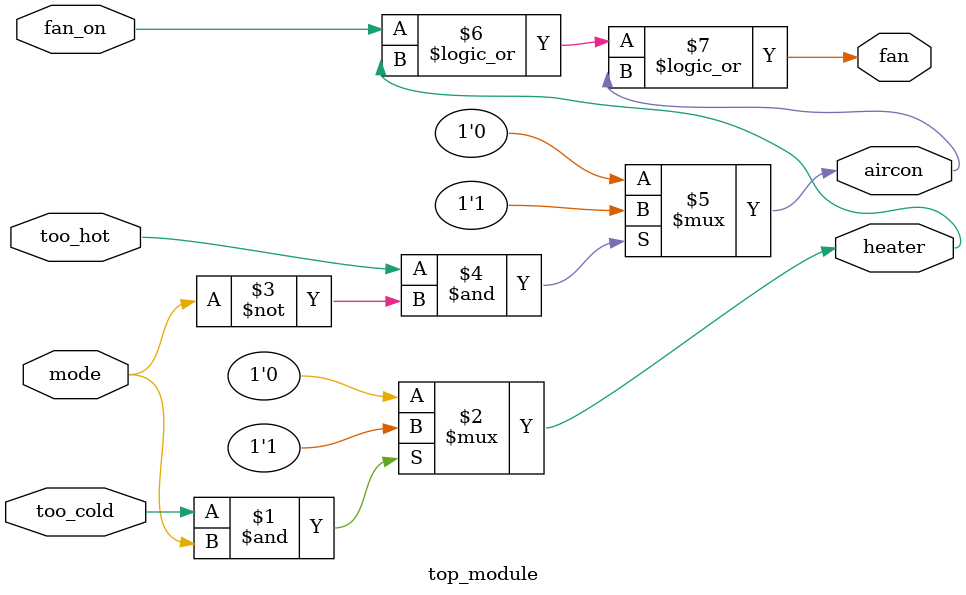
<source format=v>
module top_module (
    input too_cold,
    input too_hot,
    input mode,
    input fan_on,
    output heater,
    output aircon,
    output fan
);
  assign heater = (too_cold & mode) ? 1'b1 : 1'b0;
  assign aircon = (too_hot & ~mode) ? 1'b1 : 1'b0;
  assign fan = fan_on || heater || aircon;
endmodule

</source>
